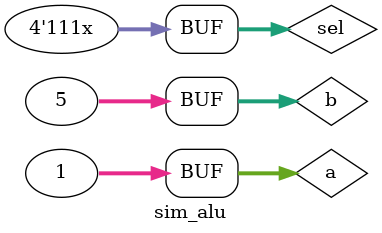
<source format=v>
`include "alu.v"
module sim_alu ;
    integer i;
    reg [31:0] a;
    reg [ 3:0] sel;
    reg [31:0] b;
    wire[31:0] Y;
    wire        z;

    alu dut (
        .Y (Y),
        .sel(sel),
        .a (a),
        .b (b),
        .z (z)
    );

    initial begin
        $dumpfile("alu.vcd");
        $dumpvars(0);
        a = 1; b = 5; sel = 4'b0000; #5; //Suma
        a = 1; b = 5; sel = 4'b0001; #5; //Resta
        a = 5; b = 5; sel = 4'b0001; #5; //Resta igual a cero
        a = 1; b = 5; sel = 4'b001x; #5; //Desplazamiento izquierda
        a = 1; b = 5; sel = 4'b010x; #5; //menor que complemento a 2
        a = 1; b = 5; sel = 4'b011x; #5; //menor que binario natural
        a = 1; b = 5; sel = 4'b100x; #5; //Xor
        a = 32'h80000000; b = 4; sel = 4'b1010; #5; //desplazamiento derecha binario natural
        a = 32'h80000000; b = 4; sel = 4'b1011; #5; //desplazamiento derecha completo a 2
        a = 1; b = 5; sel = 4'b110x; #5; //OR
        a = 1; b = 5; sel = 4'b111x; #5; //AND
    end
endmodule

</source>
